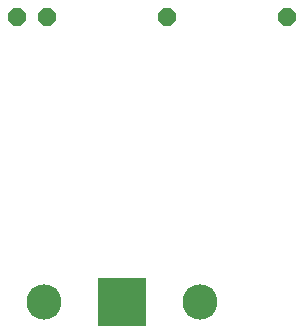
<source format=gbr>
G04 EAGLE Gerber RS-274X export*
G75*
%MOMM*%
%FSLAX34Y34*%
%LPD*%
%INSoldermask Top*%
%IPPOS*%
%AMOC8*
5,1,8,0,0,1.08239X$1,22.5*%
G01*
%ADD10C,2.978200*%
%ADD11R,4.163200X4.163200*%
%ADD12P,1.649562X8X22.500000*%
%ADD13P,1.649562X8X202.500000*%


D10*
X227550Y94900D03*
X95450Y94900D03*
D11*
X161500Y94900D03*
D12*
X72600Y336200D03*
X98000Y336200D03*
D13*
X301200Y336200D03*
X199600Y336200D03*
M02*

</source>
